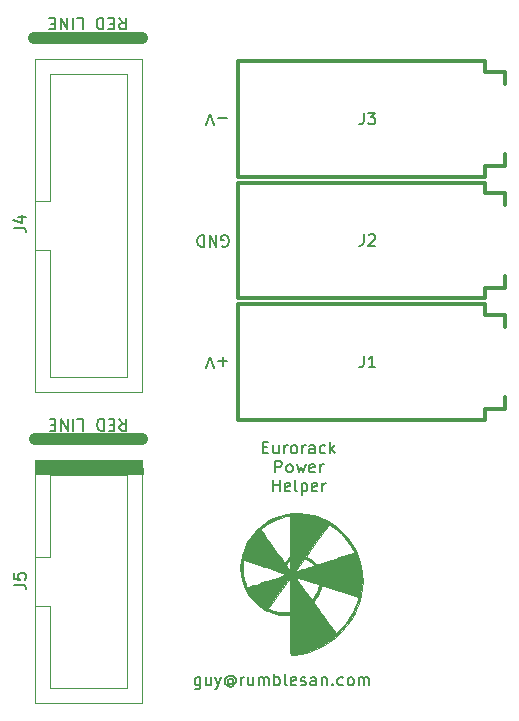
<source format=gto>
%TF.GenerationSoftware,KiCad,Pcbnew,(6.0.0-0)*%
%TF.CreationDate,2022-04-11T16:32:45+01:00*%
%TF.ProjectId,euro-power-friend,6575726f-2d70-46f7-9765-722d66726965,rev?*%
%TF.SameCoordinates,Original*%
%TF.FileFunction,Legend,Top*%
%TF.FilePolarity,Positive*%
%FSLAX46Y46*%
G04 Gerber Fmt 4.6, Leading zero omitted, Abs format (unit mm)*
G04 Created by KiCad (PCBNEW (6.0.0-0)) date 2022-04-11 16:32:45*
%MOMM*%
%LPD*%
G01*
G04 APERTURE LIST*
%ADD10C,0.150000*%
%ADD11C,0.120000*%
%ADD12C,1.000000*%
%ADD13C,0.100000*%
%ADD14C,0.300000*%
%ADD15C,0.010000*%
G04 APERTURE END LIST*
D10*
X130809904Y-81272000D02*
X130905142Y-81319619D01*
X131048000Y-81319619D01*
X131190857Y-81272000D01*
X131286095Y-81176761D01*
X131333714Y-81081523D01*
X131381333Y-80891047D01*
X131381333Y-80748190D01*
X131333714Y-80557714D01*
X131286095Y-80462476D01*
X131190857Y-80367238D01*
X131048000Y-80319619D01*
X130952761Y-80319619D01*
X130809904Y-80367238D01*
X130762285Y-80414857D01*
X130762285Y-80748190D01*
X130952761Y-80748190D01*
X130333714Y-80319619D02*
X130333714Y-81319619D01*
X129762285Y-80319619D01*
X129762285Y-81319619D01*
X129286095Y-80319619D02*
X129286095Y-81319619D01*
X129048000Y-81319619D01*
X128905142Y-81272000D01*
X128809904Y-81176761D01*
X128762285Y-81081523D01*
X128714666Y-80891047D01*
X128714666Y-80748190D01*
X128762285Y-80557714D01*
X128809904Y-80462476D01*
X128905142Y-80367238D01*
X129048000Y-80319619D01*
X129286095Y-80319619D01*
X131238523Y-90987571D02*
X130476619Y-90987571D01*
X130857571Y-90606619D02*
X130857571Y-91368523D01*
X130143285Y-91606619D02*
X129809952Y-90606619D01*
X129476619Y-91606619D01*
X131238523Y-70413571D02*
X130476619Y-70413571D01*
X130143285Y-71032619D02*
X129809952Y-70032619D01*
X129476619Y-71032619D01*
X128961428Y-117768714D02*
X128961428Y-118578238D01*
X128913809Y-118673476D01*
X128866190Y-118721095D01*
X128770952Y-118768714D01*
X128628095Y-118768714D01*
X128532857Y-118721095D01*
X128961428Y-118387761D02*
X128866190Y-118435380D01*
X128675714Y-118435380D01*
X128580476Y-118387761D01*
X128532857Y-118340142D01*
X128485238Y-118244904D01*
X128485238Y-117959190D01*
X128532857Y-117863952D01*
X128580476Y-117816333D01*
X128675714Y-117768714D01*
X128866190Y-117768714D01*
X128961428Y-117816333D01*
X129866190Y-117768714D02*
X129866190Y-118435380D01*
X129437619Y-117768714D02*
X129437619Y-118292523D01*
X129485238Y-118387761D01*
X129580476Y-118435380D01*
X129723333Y-118435380D01*
X129818571Y-118387761D01*
X129866190Y-118340142D01*
X130247142Y-117768714D02*
X130485238Y-118435380D01*
X130723333Y-117768714D02*
X130485238Y-118435380D01*
X130390000Y-118673476D01*
X130342380Y-118721095D01*
X130247142Y-118768714D01*
X131723333Y-117959190D02*
X131675714Y-117911571D01*
X131580476Y-117863952D01*
X131485238Y-117863952D01*
X131390000Y-117911571D01*
X131342380Y-117959190D01*
X131294761Y-118054428D01*
X131294761Y-118149666D01*
X131342380Y-118244904D01*
X131390000Y-118292523D01*
X131485238Y-118340142D01*
X131580476Y-118340142D01*
X131675714Y-118292523D01*
X131723333Y-118244904D01*
X131723333Y-117863952D02*
X131723333Y-118244904D01*
X131770952Y-118292523D01*
X131818571Y-118292523D01*
X131913809Y-118244904D01*
X131961428Y-118149666D01*
X131961428Y-117911571D01*
X131866190Y-117768714D01*
X131723333Y-117673476D01*
X131532857Y-117625857D01*
X131342380Y-117673476D01*
X131199523Y-117768714D01*
X131104285Y-117911571D01*
X131056666Y-118102047D01*
X131104285Y-118292523D01*
X131199523Y-118435380D01*
X131342380Y-118530619D01*
X131532857Y-118578238D01*
X131723333Y-118530619D01*
X131866190Y-118435380D01*
X132390000Y-118435380D02*
X132390000Y-117768714D01*
X132390000Y-117959190D02*
X132437619Y-117863952D01*
X132485238Y-117816333D01*
X132580476Y-117768714D01*
X132675714Y-117768714D01*
X133437619Y-117768714D02*
X133437619Y-118435380D01*
X133009047Y-117768714D02*
X133009047Y-118292523D01*
X133056666Y-118387761D01*
X133151904Y-118435380D01*
X133294761Y-118435380D01*
X133390000Y-118387761D01*
X133437619Y-118340142D01*
X133913809Y-118435380D02*
X133913809Y-117768714D01*
X133913809Y-117863952D02*
X133961428Y-117816333D01*
X134056666Y-117768714D01*
X134199523Y-117768714D01*
X134294761Y-117816333D01*
X134342380Y-117911571D01*
X134342380Y-118435380D01*
X134342380Y-117911571D02*
X134390000Y-117816333D01*
X134485238Y-117768714D01*
X134628095Y-117768714D01*
X134723333Y-117816333D01*
X134770952Y-117911571D01*
X134770952Y-118435380D01*
X135247142Y-118435380D02*
X135247142Y-117435380D01*
X135247142Y-117816333D02*
X135342380Y-117768714D01*
X135532857Y-117768714D01*
X135628095Y-117816333D01*
X135675714Y-117863952D01*
X135723333Y-117959190D01*
X135723333Y-118244904D01*
X135675714Y-118340142D01*
X135628095Y-118387761D01*
X135532857Y-118435380D01*
X135342380Y-118435380D01*
X135247142Y-118387761D01*
X136294761Y-118435380D02*
X136199523Y-118387761D01*
X136151904Y-118292523D01*
X136151904Y-117435380D01*
X137056666Y-118387761D02*
X136961428Y-118435380D01*
X136770952Y-118435380D01*
X136675714Y-118387761D01*
X136628095Y-118292523D01*
X136628095Y-117911571D01*
X136675714Y-117816333D01*
X136770952Y-117768714D01*
X136961428Y-117768714D01*
X137056666Y-117816333D01*
X137104285Y-117911571D01*
X137104285Y-118006809D01*
X136628095Y-118102047D01*
X137485238Y-118387761D02*
X137580476Y-118435380D01*
X137770952Y-118435380D01*
X137866190Y-118387761D01*
X137913809Y-118292523D01*
X137913809Y-118244904D01*
X137866190Y-118149666D01*
X137770952Y-118102047D01*
X137628095Y-118102047D01*
X137532857Y-118054428D01*
X137485238Y-117959190D01*
X137485238Y-117911571D01*
X137532857Y-117816333D01*
X137628095Y-117768714D01*
X137770952Y-117768714D01*
X137866190Y-117816333D01*
X138770952Y-118435380D02*
X138770952Y-117911571D01*
X138723333Y-117816333D01*
X138628095Y-117768714D01*
X138437619Y-117768714D01*
X138342380Y-117816333D01*
X138770952Y-118387761D02*
X138675714Y-118435380D01*
X138437619Y-118435380D01*
X138342380Y-118387761D01*
X138294761Y-118292523D01*
X138294761Y-118197285D01*
X138342380Y-118102047D01*
X138437619Y-118054428D01*
X138675714Y-118054428D01*
X138770952Y-118006809D01*
X139247142Y-117768714D02*
X139247142Y-118435380D01*
X139247142Y-117863952D02*
X139294761Y-117816333D01*
X139390000Y-117768714D01*
X139532857Y-117768714D01*
X139628095Y-117816333D01*
X139675714Y-117911571D01*
X139675714Y-118435380D01*
X140151904Y-118340142D02*
X140199523Y-118387761D01*
X140151904Y-118435380D01*
X140104285Y-118387761D01*
X140151904Y-118340142D01*
X140151904Y-118435380D01*
X141056666Y-118387761D02*
X140961428Y-118435380D01*
X140770952Y-118435380D01*
X140675714Y-118387761D01*
X140628095Y-118340142D01*
X140580476Y-118244904D01*
X140580476Y-117959190D01*
X140628095Y-117863952D01*
X140675714Y-117816333D01*
X140770952Y-117768714D01*
X140961428Y-117768714D01*
X141056666Y-117816333D01*
X141628095Y-118435380D02*
X141532857Y-118387761D01*
X141485238Y-118340142D01*
X141437619Y-118244904D01*
X141437619Y-117959190D01*
X141485238Y-117863952D01*
X141532857Y-117816333D01*
X141628095Y-117768714D01*
X141770952Y-117768714D01*
X141866190Y-117816333D01*
X141913809Y-117863952D01*
X141961428Y-117959190D01*
X141961428Y-118244904D01*
X141913809Y-118340142D01*
X141866190Y-118387761D01*
X141770952Y-118435380D01*
X141628095Y-118435380D01*
X142390000Y-118435380D02*
X142390000Y-117768714D01*
X142390000Y-117863952D02*
X142437619Y-117816333D01*
X142532857Y-117768714D01*
X142675714Y-117768714D01*
X142770952Y-117816333D01*
X142818571Y-117911571D01*
X142818571Y-118435380D01*
X142818571Y-117911571D02*
X142866190Y-117816333D01*
X142961428Y-117768714D01*
X143104285Y-117768714D01*
X143199523Y-117816333D01*
X143247142Y-117911571D01*
X143247142Y-118435380D01*
X134263190Y-98267571D02*
X134596523Y-98267571D01*
X134739380Y-98791380D02*
X134263190Y-98791380D01*
X134263190Y-97791380D01*
X134739380Y-97791380D01*
X135596523Y-98124714D02*
X135596523Y-98791380D01*
X135167952Y-98124714D02*
X135167952Y-98648523D01*
X135215571Y-98743761D01*
X135310809Y-98791380D01*
X135453666Y-98791380D01*
X135548904Y-98743761D01*
X135596523Y-98696142D01*
X136072714Y-98791380D02*
X136072714Y-98124714D01*
X136072714Y-98315190D02*
X136120333Y-98219952D01*
X136167952Y-98172333D01*
X136263190Y-98124714D01*
X136358428Y-98124714D01*
X136834619Y-98791380D02*
X136739380Y-98743761D01*
X136691761Y-98696142D01*
X136644142Y-98600904D01*
X136644142Y-98315190D01*
X136691761Y-98219952D01*
X136739380Y-98172333D01*
X136834619Y-98124714D01*
X136977476Y-98124714D01*
X137072714Y-98172333D01*
X137120333Y-98219952D01*
X137167952Y-98315190D01*
X137167952Y-98600904D01*
X137120333Y-98696142D01*
X137072714Y-98743761D01*
X136977476Y-98791380D01*
X136834619Y-98791380D01*
X137596523Y-98791380D02*
X137596523Y-98124714D01*
X137596523Y-98315190D02*
X137644142Y-98219952D01*
X137691761Y-98172333D01*
X137787000Y-98124714D01*
X137882238Y-98124714D01*
X138644142Y-98791380D02*
X138644142Y-98267571D01*
X138596523Y-98172333D01*
X138501285Y-98124714D01*
X138310809Y-98124714D01*
X138215571Y-98172333D01*
X138644142Y-98743761D02*
X138548904Y-98791380D01*
X138310809Y-98791380D01*
X138215571Y-98743761D01*
X138167952Y-98648523D01*
X138167952Y-98553285D01*
X138215571Y-98458047D01*
X138310809Y-98410428D01*
X138548904Y-98410428D01*
X138644142Y-98362809D01*
X139548904Y-98743761D02*
X139453666Y-98791380D01*
X139263190Y-98791380D01*
X139167952Y-98743761D01*
X139120333Y-98696142D01*
X139072714Y-98600904D01*
X139072714Y-98315190D01*
X139120333Y-98219952D01*
X139167952Y-98172333D01*
X139263190Y-98124714D01*
X139453666Y-98124714D01*
X139548904Y-98172333D01*
X139977476Y-98791380D02*
X139977476Y-97791380D01*
X140072714Y-98410428D02*
X140358428Y-98791380D01*
X140358428Y-98124714D02*
X139977476Y-98505666D01*
X135310809Y-100401380D02*
X135310809Y-99401380D01*
X135691761Y-99401380D01*
X135787000Y-99449000D01*
X135834619Y-99496619D01*
X135882238Y-99591857D01*
X135882238Y-99734714D01*
X135834619Y-99829952D01*
X135787000Y-99877571D01*
X135691761Y-99925190D01*
X135310809Y-99925190D01*
X136453666Y-100401380D02*
X136358428Y-100353761D01*
X136310809Y-100306142D01*
X136263190Y-100210904D01*
X136263190Y-99925190D01*
X136310809Y-99829952D01*
X136358428Y-99782333D01*
X136453666Y-99734714D01*
X136596523Y-99734714D01*
X136691761Y-99782333D01*
X136739380Y-99829952D01*
X136787000Y-99925190D01*
X136787000Y-100210904D01*
X136739380Y-100306142D01*
X136691761Y-100353761D01*
X136596523Y-100401380D01*
X136453666Y-100401380D01*
X137120333Y-99734714D02*
X137310809Y-100401380D01*
X137501285Y-99925190D01*
X137691761Y-100401380D01*
X137882238Y-99734714D01*
X138644142Y-100353761D02*
X138548904Y-100401380D01*
X138358428Y-100401380D01*
X138263190Y-100353761D01*
X138215571Y-100258523D01*
X138215571Y-99877571D01*
X138263190Y-99782333D01*
X138358428Y-99734714D01*
X138548904Y-99734714D01*
X138644142Y-99782333D01*
X138691761Y-99877571D01*
X138691761Y-99972809D01*
X138215571Y-100068047D01*
X139120333Y-100401380D02*
X139120333Y-99734714D01*
X139120333Y-99925190D02*
X139167952Y-99829952D01*
X139215571Y-99782333D01*
X139310809Y-99734714D01*
X139406047Y-99734714D01*
X135120333Y-102011380D02*
X135120333Y-101011380D01*
X135120333Y-101487571D02*
X135691761Y-101487571D01*
X135691761Y-102011380D02*
X135691761Y-101011380D01*
X136548904Y-101963761D02*
X136453666Y-102011380D01*
X136263190Y-102011380D01*
X136167952Y-101963761D01*
X136120333Y-101868523D01*
X136120333Y-101487571D01*
X136167952Y-101392333D01*
X136263190Y-101344714D01*
X136453666Y-101344714D01*
X136548904Y-101392333D01*
X136596523Y-101487571D01*
X136596523Y-101582809D01*
X136120333Y-101678047D01*
X137167952Y-102011380D02*
X137072714Y-101963761D01*
X137025095Y-101868523D01*
X137025095Y-101011380D01*
X137548904Y-101344714D02*
X137548904Y-102344714D01*
X137548904Y-101392333D02*
X137644142Y-101344714D01*
X137834619Y-101344714D01*
X137929857Y-101392333D01*
X137977476Y-101439952D01*
X138025095Y-101535190D01*
X138025095Y-101820904D01*
X137977476Y-101916142D01*
X137929857Y-101963761D01*
X137834619Y-102011380D01*
X137644142Y-102011380D01*
X137548904Y-101963761D01*
X138834619Y-101963761D02*
X138739380Y-102011380D01*
X138548904Y-102011380D01*
X138453666Y-101963761D01*
X138406047Y-101868523D01*
X138406047Y-101487571D01*
X138453666Y-101392333D01*
X138548904Y-101344714D01*
X138739380Y-101344714D01*
X138834619Y-101392333D01*
X138882238Y-101487571D01*
X138882238Y-101582809D01*
X138406047Y-101678047D01*
X139310809Y-102011380D02*
X139310809Y-101344714D01*
X139310809Y-101535190D02*
X139358428Y-101439952D01*
X139406047Y-101392333D01*
X139501285Y-101344714D01*
X139596523Y-101344714D01*
%TO.C,J5*%
X113189380Y-109902833D02*
X113903666Y-109902833D01*
X114046523Y-109950452D01*
X114141761Y-110045690D01*
X114189380Y-110188547D01*
X114189380Y-110283785D01*
X113189380Y-108950452D02*
X113189380Y-109426642D01*
X113665571Y-109474261D01*
X113617952Y-109426642D01*
X113570333Y-109331404D01*
X113570333Y-109093309D01*
X113617952Y-108998071D01*
X113665571Y-108950452D01*
X113760809Y-108902833D01*
X113998904Y-108902833D01*
X114094142Y-108950452D01*
X114141761Y-108998071D01*
X114189380Y-109093309D01*
X114189380Y-109331404D01*
X114141761Y-109426642D01*
X114094142Y-109474261D01*
X122129857Y-95867119D02*
X122463190Y-96343309D01*
X122701285Y-95867119D02*
X122701285Y-96867119D01*
X122320333Y-96867119D01*
X122225095Y-96819500D01*
X122177476Y-96771880D01*
X122129857Y-96676642D01*
X122129857Y-96533785D01*
X122177476Y-96438547D01*
X122225095Y-96390928D01*
X122320333Y-96343309D01*
X122701285Y-96343309D01*
X121701285Y-96390928D02*
X121367952Y-96390928D01*
X121225095Y-95867119D02*
X121701285Y-95867119D01*
X121701285Y-96867119D01*
X121225095Y-96867119D01*
X120796523Y-95867119D02*
X120796523Y-96867119D01*
X120558428Y-96867119D01*
X120415571Y-96819500D01*
X120320333Y-96724261D01*
X120272714Y-96629023D01*
X120225095Y-96438547D01*
X120225095Y-96295690D01*
X120272714Y-96105214D01*
X120320333Y-96009976D01*
X120415571Y-95914738D01*
X120558428Y-95867119D01*
X120796523Y-95867119D01*
X118558428Y-95867119D02*
X119034619Y-95867119D01*
X119034619Y-96867119D01*
X118225095Y-95867119D02*
X118225095Y-96867119D01*
X117748904Y-95867119D02*
X117748904Y-96867119D01*
X117177476Y-95867119D01*
X117177476Y-96867119D01*
X116701285Y-96390928D02*
X116367952Y-96390928D01*
X116225095Y-95867119D02*
X116701285Y-95867119D01*
X116701285Y-96867119D01*
X116225095Y-96867119D01*
%TO.C,J4*%
X113182186Y-79683765D02*
X113896472Y-79683765D01*
X114039329Y-79731384D01*
X114134567Y-79826622D01*
X114182186Y-79969479D01*
X114182186Y-80064717D01*
X113515520Y-78779003D02*
X114182186Y-78779003D01*
X113134567Y-79017098D02*
X113848853Y-79255193D01*
X113848853Y-78636146D01*
X122102663Y-61898051D02*
X122435996Y-62374241D01*
X122674091Y-61898051D02*
X122674091Y-62898051D01*
X122293139Y-62898051D01*
X122197901Y-62850432D01*
X122150282Y-62802812D01*
X122102663Y-62707574D01*
X122102663Y-62564717D01*
X122150282Y-62469479D01*
X122197901Y-62421860D01*
X122293139Y-62374241D01*
X122674091Y-62374241D01*
X121674091Y-62421860D02*
X121340758Y-62421860D01*
X121197901Y-61898051D02*
X121674091Y-61898051D01*
X121674091Y-62898051D01*
X121197901Y-62898051D01*
X120769329Y-61898051D02*
X120769329Y-62898051D01*
X120531234Y-62898051D01*
X120388377Y-62850432D01*
X120293139Y-62755193D01*
X120245520Y-62659955D01*
X120197901Y-62469479D01*
X120197901Y-62326622D01*
X120245520Y-62136146D01*
X120293139Y-62040908D01*
X120388377Y-61945670D01*
X120531234Y-61898051D01*
X120769329Y-61898051D01*
X118531234Y-61898051D02*
X119007425Y-61898051D01*
X119007425Y-62898051D01*
X118197901Y-61898051D02*
X118197901Y-62898051D01*
X117721710Y-61898051D02*
X117721710Y-62898051D01*
X117150282Y-61898051D01*
X117150282Y-62898051D01*
X116674091Y-62421860D02*
X116340758Y-62421860D01*
X116197901Y-61898051D02*
X116674091Y-61898051D01*
X116674091Y-62898051D01*
X116197901Y-62898051D01*
%TO.C,J3*%
X142795666Y-69937380D02*
X142795666Y-70651666D01*
X142748047Y-70794523D01*
X142652809Y-70889761D01*
X142509952Y-70937380D01*
X142414714Y-70937380D01*
X143176619Y-69937380D02*
X143795666Y-69937380D01*
X143462333Y-70318333D01*
X143605190Y-70318333D01*
X143700428Y-70365952D01*
X143748047Y-70413571D01*
X143795666Y-70508809D01*
X143795666Y-70746904D01*
X143748047Y-70842142D01*
X143700428Y-70889761D01*
X143605190Y-70937380D01*
X143319476Y-70937380D01*
X143224238Y-70889761D01*
X143176619Y-70842142D01*
%TO.C,J2*%
X142795666Y-80224380D02*
X142795666Y-80938666D01*
X142748047Y-81081523D01*
X142652809Y-81176761D01*
X142509952Y-81224380D01*
X142414714Y-81224380D01*
X143224238Y-80319619D02*
X143271857Y-80272000D01*
X143367095Y-80224380D01*
X143605190Y-80224380D01*
X143700428Y-80272000D01*
X143748047Y-80319619D01*
X143795666Y-80414857D01*
X143795666Y-80510095D01*
X143748047Y-80652952D01*
X143176619Y-81224380D01*
X143795666Y-81224380D01*
%TO.C,J1*%
X142795666Y-90511380D02*
X142795666Y-91225666D01*
X142748047Y-91368523D01*
X142652809Y-91463761D01*
X142509952Y-91511380D01*
X142414714Y-91511380D01*
X143795666Y-91511380D02*
X143224238Y-91511380D01*
X143509952Y-91511380D02*
X143509952Y-90511380D01*
X143414714Y-90654238D01*
X143319476Y-90749476D01*
X143224238Y-90797095D01*
D11*
%TO.C,J5*%
X116257000Y-111699500D02*
X114947000Y-111699500D01*
X122757000Y-118639500D02*
X116257000Y-118639500D01*
X116257000Y-100659500D02*
X122757000Y-100659500D01*
X114947000Y-119939500D02*
X114947000Y-99359500D01*
X124067000Y-99359500D02*
X124067000Y-119939500D01*
X116257000Y-111699500D02*
X116257000Y-111699500D01*
X114947000Y-107599500D02*
X116257000Y-107599500D01*
X124067000Y-119939500D02*
X114947000Y-119939500D01*
X116257000Y-107599500D02*
X116257000Y-100659500D01*
X116257000Y-118639500D02*
X116257000Y-111699500D01*
X122757000Y-100659500D02*
X122757000Y-118639500D01*
X114947000Y-99359500D02*
X124067000Y-99359500D01*
D12*
X114947000Y-97569500D02*
X124067000Y-97569500D01*
D13*
X124079000Y-100569000D02*
X114935000Y-100569000D01*
X114935000Y-100569000D02*
X114947000Y-99359500D01*
X114947000Y-99359500D02*
X124067000Y-99359500D01*
X124067000Y-99359500D02*
X124079000Y-100569000D01*
G36*
X124079000Y-100569000D02*
G01*
X114935000Y-100569000D01*
X114947000Y-99359500D01*
X124067000Y-99359500D01*
X124079000Y-100569000D01*
G37*
X124079000Y-100569000D02*
X114935000Y-100569000D01*
X114947000Y-99359500D01*
X124067000Y-99359500D01*
X124079000Y-100569000D01*
D11*
%TO.C,J4*%
X122749806Y-66690432D02*
X122749806Y-92290432D01*
X114939806Y-77440432D02*
X116249806Y-77440432D01*
X124059806Y-93590432D02*
X114939806Y-93590432D01*
X124059806Y-65390432D02*
X124059806Y-93590432D01*
X116249806Y-92290432D02*
X116249806Y-81540432D01*
X116249806Y-77440432D02*
X116249806Y-66690432D01*
X116249806Y-81540432D02*
X114939806Y-81540432D01*
X114939806Y-65390432D02*
X124059806Y-65390432D01*
X116249806Y-81540432D02*
X116249806Y-81540432D01*
X122749806Y-92290432D02*
X116249806Y-92290432D01*
D12*
X114919806Y-63600432D02*
X124039806Y-63600432D01*
D11*
X116249806Y-66690432D02*
X122749806Y-66690432D01*
X114939806Y-93590432D02*
X114939806Y-65390432D01*
D14*
%TO.C,J3*%
X154749000Y-73485000D02*
X154749000Y-74485000D01*
X154749000Y-74485000D02*
X153049000Y-74485000D01*
X153049000Y-74485000D02*
X153049000Y-75385000D01*
X153049000Y-75385000D02*
X132149000Y-75385000D01*
X132149000Y-75385000D02*
X132149000Y-65585000D01*
X132149000Y-65585000D02*
X153049000Y-65585000D01*
X153049000Y-65585000D02*
X153049000Y-66485000D01*
X153049000Y-66485000D02*
X154749000Y-66485000D01*
X154749000Y-66485000D02*
X154749000Y-67485000D01*
%TO.C,J2*%
X154749000Y-76772000D02*
X154749000Y-77772000D01*
X153049000Y-76772000D02*
X154749000Y-76772000D01*
X153049000Y-75872000D02*
X153049000Y-76772000D01*
X132149000Y-75872000D02*
X153049000Y-75872000D01*
X132149000Y-85672000D02*
X132149000Y-75872000D01*
X153049000Y-85672000D02*
X132149000Y-85672000D01*
X153049000Y-84772000D02*
X153049000Y-85672000D01*
X154749000Y-84772000D02*
X153049000Y-84772000D01*
X154749000Y-83772000D02*
X154749000Y-84772000D01*
%TO.C,J1*%
X154749000Y-94059000D02*
X154749000Y-95059000D01*
X154749000Y-95059000D02*
X153049000Y-95059000D01*
X153049000Y-95059000D02*
X153049000Y-95959000D01*
X153049000Y-95959000D02*
X132149000Y-95959000D01*
X132149000Y-95959000D02*
X132149000Y-86159000D01*
X132149000Y-86159000D02*
X153049000Y-86159000D01*
X153049000Y-86159000D02*
X153049000Y-87059000D01*
X153049000Y-87059000D02*
X154749000Y-87059000D01*
X154749000Y-87059000D02*
X154749000Y-88059000D01*
D15*
%TO.C,H1*%
X137929286Y-103899247D02*
X138499425Y-104012556D01*
X138499425Y-104012556D02*
X138846815Y-104114296D01*
X138846815Y-104114296D02*
X139408355Y-104334508D01*
X139408355Y-104334508D02*
X139940144Y-104612895D01*
X139940144Y-104612895D02*
X140437924Y-104945167D01*
X140437924Y-104945167D02*
X140897438Y-105327035D01*
X140897438Y-105327035D02*
X141314431Y-105754210D01*
X141314431Y-105754210D02*
X141684644Y-106222402D01*
X141684644Y-106222402D02*
X142003821Y-106727322D01*
X142003821Y-106727322D02*
X142267705Y-107264679D01*
X142267705Y-107264679D02*
X142443791Y-107738830D01*
X142443791Y-107738830D02*
X142601920Y-108344440D01*
X142601920Y-108344440D02*
X142694097Y-108959400D01*
X142694097Y-108959400D02*
X142720707Y-109579384D01*
X142720707Y-109579384D02*
X142682136Y-110200065D01*
X142682136Y-110200065D02*
X142578770Y-110817119D01*
X142578770Y-110817119D02*
X142410994Y-111426217D01*
X142410994Y-111426217D02*
X142179194Y-112023035D01*
X142179194Y-112023035D02*
X142034940Y-112324242D01*
X142034940Y-112324242D02*
X141704480Y-112898555D01*
X141704480Y-112898555D02*
X141322985Y-113430759D01*
X141322985Y-113430759D02*
X140894055Y-113918119D01*
X140894055Y-113918119D02*
X140421289Y-114357899D01*
X140421289Y-114357899D02*
X139908286Y-114747363D01*
X139908286Y-114747363D02*
X139358647Y-115083776D01*
X139358647Y-115083776D02*
X138775972Y-115364404D01*
X138775972Y-115364404D02*
X138163859Y-115586510D01*
X138163859Y-115586510D02*
X137531858Y-115746171D01*
X137531858Y-115746171D02*
X137293725Y-115790692D01*
X137293725Y-115790692D02*
X137077296Y-115825210D01*
X137077296Y-115825210D02*
X136891868Y-115848696D01*
X136891868Y-115848696D02*
X136746740Y-115860119D01*
X136746740Y-115860119D02*
X136651207Y-115858448D01*
X136651207Y-115858448D02*
X136617257Y-115847553D01*
X136617257Y-115847553D02*
X136612255Y-115809554D01*
X136612255Y-115809554D02*
X136607578Y-115710394D01*
X136607578Y-115710394D02*
X136603324Y-115556645D01*
X136603324Y-115556645D02*
X136599590Y-115354879D01*
X136599590Y-115354879D02*
X136596475Y-115111668D01*
X136596475Y-115111668D02*
X136594078Y-114833583D01*
X136594078Y-114833583D02*
X136592495Y-114527198D01*
X136592495Y-114527198D02*
X136591825Y-114199084D01*
X136591825Y-114199084D02*
X136591809Y-114142452D01*
X136591809Y-114142452D02*
X136591761Y-112463230D01*
X136591761Y-112463230D02*
X136109209Y-112459088D01*
X136109209Y-112459088D02*
X135737662Y-112441947D01*
X135737662Y-112441947D02*
X135405262Y-112393837D01*
X135405262Y-112393837D02*
X135088472Y-112309445D01*
X135088472Y-112309445D02*
X134763756Y-112183462D01*
X134763756Y-112183462D02*
X134643596Y-112128427D01*
X134643596Y-112128427D02*
X134290106Y-111933634D01*
X134290106Y-111933634D02*
X134729190Y-111933634D01*
X134729190Y-111933634D02*
X134760144Y-111965996D01*
X134760144Y-111965996D02*
X134844728Y-112009124D01*
X134844728Y-112009124D02*
X134970527Y-112058759D01*
X134970527Y-112058759D02*
X135125127Y-112110639D01*
X135125127Y-112110639D02*
X135296112Y-112160504D01*
X135296112Y-112160504D02*
X135471067Y-112204094D01*
X135471067Y-112204094D02*
X135588056Y-112228369D01*
X135588056Y-112228369D02*
X135700786Y-112243632D01*
X135700786Y-112243632D02*
X135846501Y-112255125D01*
X135846501Y-112255125D02*
X136010213Y-112262672D01*
X136010213Y-112262672D02*
X136176937Y-112266098D01*
X136176937Y-112266098D02*
X136331687Y-112265227D01*
X136331687Y-112265227D02*
X136459475Y-112259884D01*
X136459475Y-112259884D02*
X136545317Y-112249893D01*
X136545317Y-112249893D02*
X136572560Y-112239903D01*
X136572560Y-112239903D02*
X136576623Y-112202816D01*
X136576623Y-112202816D02*
X136579999Y-112105110D01*
X136579999Y-112105110D02*
X136582633Y-111953896D01*
X136582633Y-111953896D02*
X136584470Y-111756285D01*
X136584470Y-111756285D02*
X136585455Y-111519388D01*
X136585455Y-111519388D02*
X136585477Y-111443258D01*
X136585477Y-111443258D02*
X138580699Y-111443258D01*
X138580699Y-111443258D02*
X138614692Y-111494016D01*
X138614692Y-111494016D02*
X138682280Y-111589885D01*
X138682280Y-111589885D02*
X138778691Y-111724373D01*
X138778691Y-111724373D02*
X138899155Y-111890991D01*
X138899155Y-111890991D02*
X139038899Y-112083247D01*
X139038899Y-112083247D02*
X139193151Y-112294651D01*
X139193151Y-112294651D02*
X139357141Y-112518713D01*
X139357141Y-112518713D02*
X139526097Y-112748942D01*
X139526097Y-112748942D02*
X139695246Y-112978847D01*
X139695246Y-112978847D02*
X139859819Y-113201939D01*
X139859819Y-113201939D02*
X140015042Y-113411726D01*
X140015042Y-113411726D02*
X140156144Y-113601719D01*
X140156144Y-113601719D02*
X140278354Y-113765426D01*
X140278354Y-113765426D02*
X140376901Y-113896357D01*
X140376901Y-113896357D02*
X140447012Y-113988022D01*
X140447012Y-113988022D02*
X140483916Y-114033930D01*
X140483916Y-114033930D02*
X140488277Y-114038030D01*
X140488277Y-114038030D02*
X140519990Y-114014957D01*
X140519990Y-114014957D02*
X140586936Y-113952687D01*
X140586936Y-113952687D02*
X140678244Y-113861641D01*
X140678244Y-113861641D02*
X140751154Y-113786031D01*
X140751154Y-113786031D02*
X141183074Y-113286502D01*
X141183074Y-113286502D02*
X141558250Y-112758197D01*
X141558250Y-112758197D02*
X141874049Y-112205608D01*
X141874049Y-112205608D02*
X142127838Y-111633228D01*
X142127838Y-111633228D02*
X142281309Y-111175036D01*
X142281309Y-111175036D02*
X142340288Y-110970576D01*
X142340288Y-110970576D02*
X140786365Y-110467166D01*
X140786365Y-110467166D02*
X140476449Y-110367112D01*
X140476449Y-110367112D02*
X140186658Y-110274227D01*
X140186658Y-110274227D02*
X139923256Y-110190470D01*
X139923256Y-110190470D02*
X139692509Y-110117801D01*
X139692509Y-110117801D02*
X139500682Y-110058182D01*
X139500682Y-110058182D02*
X139354038Y-110013572D01*
X139354038Y-110013572D02*
X139258844Y-109985932D01*
X139258844Y-109985932D02*
X139221364Y-109977222D01*
X139221364Y-109977222D02*
X139221073Y-109977360D01*
X139221073Y-109977360D02*
X139207962Y-110014612D01*
X139207962Y-110014612D02*
X139184094Y-110099950D01*
X139184094Y-110099950D02*
X139154425Y-110215573D01*
X139154425Y-110215573D02*
X139151795Y-110226223D01*
X139151795Y-110226223D02*
X139050917Y-110536794D01*
X139050917Y-110536794D02*
X138902155Y-110857348D01*
X138902155Y-110857348D02*
X138716471Y-111164324D01*
X138716471Y-111164324D02*
X138713007Y-111169364D01*
X138713007Y-111169364D02*
X138630330Y-111299384D01*
X138630330Y-111299384D02*
X138585167Y-111393449D01*
X138585167Y-111393449D02*
X138580699Y-111443258D01*
X138580699Y-111443258D02*
X136585477Y-111443258D01*
X136585477Y-111443258D02*
X136585533Y-111250316D01*
X136585533Y-111250316D02*
X136584650Y-110956181D01*
X136584650Y-110956181D02*
X136583762Y-110790716D01*
X136583762Y-110790716D02*
X136574924Y-109361656D01*
X136574924Y-109361656D02*
X135652057Y-110630813D01*
X135652057Y-110630813D02*
X135464254Y-110889792D01*
X135464254Y-110889792D02*
X135289277Y-111132446D01*
X135289277Y-111132446D02*
X135131067Y-111353213D01*
X135131067Y-111353213D02*
X134993563Y-111546532D01*
X134993563Y-111546532D02*
X134880707Y-111706839D01*
X134880707Y-111706839D02*
X134796436Y-111828573D01*
X134796436Y-111828573D02*
X134744693Y-111906171D01*
X134744693Y-111906171D02*
X134729190Y-111933634D01*
X134729190Y-111933634D02*
X134290106Y-111933634D01*
X134290106Y-111933634D02*
X134185849Y-111876183D01*
X134185849Y-111876183D02*
X133774940Y-111577539D01*
X133774940Y-111577539D02*
X133412671Y-111236681D01*
X133412671Y-111236681D02*
X133100841Y-110857799D01*
X133100841Y-110857799D02*
X132841251Y-110445082D01*
X132841251Y-110445082D02*
X132635700Y-110002718D01*
X132635700Y-110002718D02*
X132485991Y-109534896D01*
X132485991Y-109534896D02*
X132393921Y-109045804D01*
X132393921Y-109045804D02*
X132361293Y-108539632D01*
X132361293Y-108539632D02*
X132366065Y-108453056D01*
X132366065Y-108453056D02*
X132562527Y-108453056D01*
X132562527Y-108453056D02*
X132566775Y-108656167D01*
X132566775Y-108656167D02*
X132578843Y-108860300D01*
X132578843Y-108860300D02*
X132599035Y-109054382D01*
X132599035Y-109054382D02*
X132612290Y-109144297D01*
X132612290Y-109144297D02*
X132650132Y-109342140D01*
X132650132Y-109342140D02*
X132696939Y-109538686D01*
X132696939Y-109538686D02*
X132749152Y-109723427D01*
X132749152Y-109723427D02*
X132803212Y-109885852D01*
X132803212Y-109885852D02*
X132855560Y-110015452D01*
X132855560Y-110015452D02*
X132902638Y-110101720D01*
X132902638Y-110101720D02*
X132940887Y-110134144D01*
X132940887Y-110134144D02*
X132947168Y-110133242D01*
X132947168Y-110133242D02*
X132986005Y-110120317D01*
X132986005Y-110120317D02*
X133082943Y-110088569D01*
X133082943Y-110088569D02*
X133231649Y-110040059D01*
X133231649Y-110040059D02*
X133425792Y-109976848D01*
X133425792Y-109976848D02*
X133659038Y-109900995D01*
X133659038Y-109900995D02*
X133925055Y-109814561D01*
X133925055Y-109814561D02*
X134217510Y-109719607D01*
X134217510Y-109719607D02*
X134530071Y-109618191D01*
X134530071Y-109618191D02*
X134576790Y-109603038D01*
X134576790Y-109603038D02*
X134890857Y-109500987D01*
X134890857Y-109500987D02*
X135184965Y-109405056D01*
X135184965Y-109405056D02*
X135452896Y-109317298D01*
X135452896Y-109317298D02*
X135688433Y-109239768D01*
X135688433Y-109239768D02*
X135694263Y-109237836D01*
X135694263Y-109237836D02*
X136973121Y-109237836D01*
X136973121Y-109237836D02*
X137685826Y-110216398D01*
X137685826Y-110216398D02*
X137851076Y-110441626D01*
X137851076Y-110441626D02*
X138004765Y-110647913D01*
X138004765Y-110647913D02*
X138142188Y-110829185D01*
X138142188Y-110829185D02*
X138258639Y-110979368D01*
X138258639Y-110979368D02*
X138349413Y-111092387D01*
X138349413Y-111092387D02*
X138409804Y-111162171D01*
X138409804Y-111162171D02*
X138434658Y-111182919D01*
X138434658Y-111182919D02*
X138469737Y-111150631D01*
X138469737Y-111150631D02*
X138529495Y-111076259D01*
X138529495Y-111076259D02*
X138602072Y-110974750D01*
X138602072Y-110974750D02*
X138615051Y-110955543D01*
X138615051Y-110955543D02*
X138719840Y-110778030D01*
X138719840Y-110778030D02*
X138818411Y-110573297D01*
X138818411Y-110573297D02*
X138901887Y-110363159D01*
X138901887Y-110363159D02*
X138961392Y-110169431D01*
X138961392Y-110169431D02*
X138985213Y-110045835D01*
X138985213Y-110045835D02*
X139003670Y-109889364D01*
X139003670Y-109889364D02*
X138331164Y-109672755D01*
X138331164Y-109672755D02*
X138101533Y-109598857D01*
X138101533Y-109598857D02*
X137868085Y-109523843D01*
X137868085Y-109523843D02*
X137647899Y-109453194D01*
X137647899Y-109453194D02*
X137458054Y-109392389D01*
X137458054Y-109392389D02*
X137315889Y-109346991D01*
X137315889Y-109346991D02*
X136973121Y-109237836D01*
X136973121Y-109237836D02*
X135694263Y-109237836D01*
X135694263Y-109237836D02*
X135885360Y-109174517D01*
X135885360Y-109174517D02*
X136037459Y-109123601D01*
X136037459Y-109123601D02*
X136138514Y-109089073D01*
X136138514Y-109089073D02*
X136182306Y-109072987D01*
X136182306Y-109072987D02*
X136183575Y-109072270D01*
X136183575Y-109072270D02*
X136188670Y-109051719D01*
X136188670Y-109051719D02*
X136164282Y-109024877D01*
X136164282Y-109024877D02*
X136106553Y-108990278D01*
X136106553Y-108990278D02*
X136011623Y-108946454D01*
X136011623Y-108946454D02*
X135875632Y-108891939D01*
X135875632Y-108891939D02*
X135694720Y-108825266D01*
X135694720Y-108825266D02*
X135625920Y-108801214D01*
X135625920Y-108801214D02*
X136998257Y-108801214D01*
X136998257Y-108801214D02*
X137028671Y-108794524D01*
X137028671Y-108794524D02*
X137112864Y-108770083D01*
X137112864Y-108770083D02*
X137240264Y-108731273D01*
X137240264Y-108731273D02*
X137400298Y-108681476D01*
X137400298Y-108681476D02*
X137582392Y-108624075D01*
X137582392Y-108624075D02*
X137775974Y-108562450D01*
X137775974Y-108562450D02*
X137970470Y-108499985D01*
X137970470Y-108499985D02*
X138155309Y-108440061D01*
X138155309Y-108440061D02*
X138319916Y-108386059D01*
X138319916Y-108386059D02*
X138453720Y-108341363D01*
X138453720Y-108341363D02*
X138546147Y-108309353D01*
X138546147Y-108309353D02*
X138586624Y-108293412D01*
X138586624Y-108293412D02*
X138587301Y-108292931D01*
X138587301Y-108292931D02*
X138579440Y-108259657D01*
X138579440Y-108259657D02*
X138525887Y-108198668D01*
X138525887Y-108198668D02*
X138437953Y-108118832D01*
X138437953Y-108118832D02*
X138326951Y-108029016D01*
X138326951Y-108029016D02*
X138204193Y-107938090D01*
X138204193Y-107938090D02*
X138080991Y-107854920D01*
X138080991Y-107854920D02*
X137968657Y-107788375D01*
X137968657Y-107788375D02*
X137903372Y-107756777D01*
X137903372Y-107756777D02*
X137784070Y-107706929D01*
X137784070Y-107706929D02*
X137391163Y-108247844D01*
X137391163Y-108247844D02*
X137270814Y-108414130D01*
X137270814Y-108414130D02*
X137165368Y-108560974D01*
X137165368Y-108560974D02*
X137080853Y-108679887D01*
X137080853Y-108679887D02*
X137023296Y-108762379D01*
X137023296Y-108762379D02*
X136998725Y-108799960D01*
X136998725Y-108799960D02*
X136998257Y-108801214D01*
X136998257Y-108801214D02*
X135625920Y-108801214D01*
X135625920Y-108801214D02*
X135465029Y-108744968D01*
X135465029Y-108744968D02*
X135182699Y-108649577D01*
X135182699Y-108649577D02*
X134843869Y-108537628D01*
X134843869Y-108537628D02*
X134444681Y-108407653D01*
X134444681Y-108407653D02*
X134378941Y-108386376D01*
X134378941Y-108386376D02*
X134054294Y-108281634D01*
X134054294Y-108281634D02*
X133900076Y-108232129D01*
X133900076Y-108232129D02*
X136244172Y-108232129D01*
X136244172Y-108232129D02*
X136409150Y-108459613D01*
X136409150Y-108459613D02*
X136485654Y-108563737D01*
X136485654Y-108563737D02*
X136545632Y-108642806D01*
X136545632Y-108642806D02*
X136579287Y-108683998D01*
X136579287Y-108683998D02*
X136582993Y-108687097D01*
X136582993Y-108687097D02*
X136586282Y-108655321D01*
X136586282Y-108655321D02*
X136589019Y-108568355D01*
X136589019Y-108568355D02*
X136590952Y-108438740D01*
X136590952Y-108438740D02*
X136591830Y-108279020D01*
X136591830Y-108279020D02*
X136591857Y-108244524D01*
X136591857Y-108244524D02*
X136591857Y-107801951D01*
X136591857Y-107801951D02*
X136495854Y-107870311D01*
X136495854Y-107870311D02*
X136420640Y-107943123D01*
X136420640Y-107943123D02*
X136345472Y-108045035D01*
X136345472Y-108045035D02*
X136322012Y-108085400D01*
X136322012Y-108085400D02*
X136244172Y-108232129D01*
X136244172Y-108232129D02*
X133900076Y-108232129D01*
X133900076Y-108232129D02*
X133748552Y-108183489D01*
X133748552Y-108183489D02*
X133467876Y-108093887D01*
X133467876Y-108093887D02*
X133218424Y-108014768D01*
X133218424Y-108014768D02*
X133006357Y-107948076D01*
X133006357Y-107948076D02*
X132837833Y-107895753D01*
X132837833Y-107895753D02*
X132719013Y-107859743D01*
X132719013Y-107859743D02*
X132656056Y-107841987D01*
X132656056Y-107841987D02*
X132647992Y-107840430D01*
X132647992Y-107840430D02*
X132617683Y-107872318D01*
X132617683Y-107872318D02*
X132593679Y-107960599D01*
X132593679Y-107960599D02*
X132576283Y-108094198D01*
X132576283Y-108094198D02*
X132565798Y-108262042D01*
X132565798Y-108262042D02*
X132562527Y-108453056D01*
X132562527Y-108453056D02*
X132366065Y-108453056D01*
X132366065Y-108453056D02*
X132389906Y-108020566D01*
X132389906Y-108020566D02*
X132481561Y-107492798D01*
X132481561Y-107492798D02*
X132545646Y-107247361D01*
X132545646Y-107247361D02*
X132716033Y-106773639D01*
X132716033Y-106773639D02*
X132947223Y-106310917D01*
X132947223Y-106310917D02*
X133232319Y-105868054D01*
X133232319Y-105868054D02*
X133564423Y-105453908D01*
X133564423Y-105453908D02*
X133777423Y-105238416D01*
X133777423Y-105238416D02*
X134085723Y-105238416D01*
X134085723Y-105238416D02*
X134104817Y-105268975D01*
X134104817Y-105268975D02*
X134159069Y-105347886D01*
X134159069Y-105347886D02*
X134243931Y-105468833D01*
X134243931Y-105468833D02*
X134354860Y-105625501D01*
X134354860Y-105625501D02*
X134487309Y-105811574D01*
X134487309Y-105811574D02*
X134636732Y-106020737D01*
X134636732Y-106020737D02*
X134798583Y-106246675D01*
X134798583Y-106246675D02*
X134968318Y-106483073D01*
X134968318Y-106483073D02*
X135141390Y-106723614D01*
X135141390Y-106723614D02*
X135313253Y-106961985D01*
X135313253Y-106961985D02*
X135479361Y-107191869D01*
X135479361Y-107191869D02*
X135635170Y-107406951D01*
X135635170Y-107406951D02*
X135776133Y-107600916D01*
X135776133Y-107600916D02*
X135897704Y-107767448D01*
X135897704Y-107767448D02*
X135995338Y-107900232D01*
X135995338Y-107900232D02*
X136064489Y-107992953D01*
X136064489Y-107992953D02*
X136100611Y-108039295D01*
X136100611Y-108039295D02*
X136104756Y-108043434D01*
X136104756Y-108043434D02*
X136123894Y-108018153D01*
X136123894Y-108018153D02*
X136167994Y-107953738D01*
X136167994Y-107953738D02*
X136196152Y-107911516D01*
X136196152Y-107911516D02*
X136277361Y-107812383D01*
X136277361Y-107812383D02*
X136384263Y-107710697D01*
X136384263Y-107710697D02*
X136437719Y-107668708D01*
X136437719Y-107668708D02*
X136591857Y-107558015D01*
X136591857Y-107558015D02*
X136591857Y-107529705D01*
X136591857Y-107529705D02*
X137912487Y-107529705D01*
X137912487Y-107529705D02*
X138136221Y-107654825D01*
X138136221Y-107654825D02*
X138269937Y-107740452D01*
X138269937Y-107740452D02*
X138421131Y-107853723D01*
X138421131Y-107853723D02*
X138561021Y-107972804D01*
X138561021Y-107972804D02*
X138585039Y-107995327D01*
X138585039Y-107995327D02*
X138686759Y-108090012D01*
X138686759Y-108090012D02*
X138771245Y-108163751D01*
X138771245Y-108163751D02*
X138826058Y-108205917D01*
X138826058Y-108205917D02*
X138838415Y-108211837D01*
X138838415Y-108211837D02*
X138875337Y-108201895D01*
X138875337Y-108201895D02*
X138970305Y-108172954D01*
X138970305Y-108172954D02*
X139116974Y-108127036D01*
X139116974Y-108127036D02*
X139309000Y-108066159D01*
X139309000Y-108066159D02*
X139540040Y-107992346D01*
X139540040Y-107992346D02*
X139803748Y-107907615D01*
X139803748Y-107907615D02*
X140093782Y-107813987D01*
X140093782Y-107813987D02*
X140403797Y-107713483D01*
X140403797Y-107713483D02*
X140426031Y-107706259D01*
X140426031Y-107706259D02*
X140736774Y-107605081D01*
X140736774Y-107605081D02*
X141027500Y-107510033D01*
X141027500Y-107510033D02*
X141291930Y-107423194D01*
X141291930Y-107423194D02*
X141523783Y-107346646D01*
X141523783Y-107346646D02*
X141716778Y-107282469D01*
X141716778Y-107282469D02*
X141864635Y-107232744D01*
X141864635Y-107232744D02*
X141961074Y-107199553D01*
X141961074Y-107199553D02*
X141999815Y-107184975D01*
X141999815Y-107184975D02*
X142000216Y-107184693D01*
X142000216Y-107184693D02*
X141995162Y-107145571D01*
X141995162Y-107145571D02*
X141958754Y-107060164D01*
X141958754Y-107060164D02*
X141896573Y-106938964D01*
X141896573Y-106938964D02*
X141814199Y-106792465D01*
X141814199Y-106792465D02*
X141717211Y-106631159D01*
X141717211Y-106631159D02*
X141646575Y-106519630D01*
X141646575Y-106519630D02*
X141411118Y-106186430D01*
X141411118Y-106186430D02*
X141143107Y-105859306D01*
X141143107Y-105859306D02*
X140863208Y-105562749D01*
X140863208Y-105562749D02*
X140746175Y-105452385D01*
X140746175Y-105452385D02*
X140611462Y-105335254D01*
X140611462Y-105335254D02*
X140464185Y-105215256D01*
X140464185Y-105215256D02*
X140314712Y-105099915D01*
X140314712Y-105099915D02*
X140173413Y-104996757D01*
X140173413Y-104996757D02*
X140050654Y-104913304D01*
X140050654Y-104913304D02*
X139956805Y-104857082D01*
X139956805Y-104857082D02*
X139902233Y-104835614D01*
X139902233Y-104835614D02*
X139896995Y-104836137D01*
X139896995Y-104836137D02*
X139871308Y-104864618D01*
X139871308Y-104864618D02*
X139810472Y-104941649D01*
X139810472Y-104941649D02*
X139719118Y-105060957D01*
X139719118Y-105060957D02*
X139601881Y-105216274D01*
X139601881Y-105216274D02*
X139463394Y-105401329D01*
X139463394Y-105401329D02*
X139308291Y-105609852D01*
X139308291Y-105609852D02*
X139141204Y-105835573D01*
X139141204Y-105835573D02*
X138966767Y-106072221D01*
X138966767Y-106072221D02*
X138789614Y-106313527D01*
X138789614Y-106313527D02*
X138614378Y-106553221D01*
X138614378Y-106553221D02*
X138445692Y-106785031D01*
X138445692Y-106785031D02*
X138288190Y-107002689D01*
X138288190Y-107002689D02*
X138146504Y-107199924D01*
X138146504Y-107199924D02*
X138048267Y-107337934D01*
X138048267Y-107337934D02*
X137912487Y-107529705D01*
X137912487Y-107529705D02*
X136591857Y-107529705D01*
X136591857Y-107529705D02*
X136591857Y-105819622D01*
X136591857Y-105819622D02*
X136591246Y-105377450D01*
X136591246Y-105377450D02*
X136589398Y-105001947D01*
X136589398Y-105001947D02*
X136586291Y-104692058D01*
X136586291Y-104692058D02*
X136581906Y-104446729D01*
X136581906Y-104446729D02*
X136576219Y-104264908D01*
X136576219Y-104264908D02*
X136569210Y-104145539D01*
X136569210Y-104145539D02*
X136560858Y-104087569D01*
X136560858Y-104087569D02*
X136556562Y-104081230D01*
X136556562Y-104081230D02*
X136508394Y-104087543D01*
X136508394Y-104087543D02*
X136412706Y-104104261D01*
X136412706Y-104104261D02*
X136288303Y-104128060D01*
X136288303Y-104128060D02*
X136260229Y-104133658D01*
X136260229Y-104133658D02*
X135763697Y-104263302D01*
X135763697Y-104263302D02*
X135275352Y-104448373D01*
X135275352Y-104448373D02*
X134815383Y-104680660D01*
X134815383Y-104680660D02*
X134618875Y-104801113D01*
X134618875Y-104801113D02*
X134441232Y-104921585D01*
X134441232Y-104921585D02*
X134291214Y-105032513D01*
X134291214Y-105032513D02*
X134176771Y-105127378D01*
X134176771Y-105127378D02*
X134105850Y-105199661D01*
X134105850Y-105199661D02*
X134085723Y-105238416D01*
X134085723Y-105238416D02*
X133777423Y-105238416D01*
X133777423Y-105238416D02*
X133936639Y-105077338D01*
X133936639Y-105077338D02*
X134342069Y-104747204D01*
X134342069Y-104747204D02*
X134651176Y-104542931D01*
X134651176Y-104542931D02*
X135153552Y-104280843D01*
X135153552Y-104280843D02*
X135680715Y-104079942D01*
X135680715Y-104079942D02*
X136227266Y-103940781D01*
X136227266Y-103940781D02*
X136787810Y-103863910D01*
X136787810Y-103863910D02*
X137356949Y-103849882D01*
X137356949Y-103849882D02*
X137929286Y-103899247D01*
X137929286Y-103899247D02*
X137929286Y-103899247D01*
G36*
X133774940Y-111577539D02*
G01*
X133412671Y-111236681D01*
X133100841Y-110857799D01*
X132841251Y-110445082D01*
X132635700Y-110002718D01*
X132485991Y-109534896D01*
X132393921Y-109045804D01*
X132361293Y-108539632D01*
X132366065Y-108453056D01*
X132562527Y-108453056D01*
X132566775Y-108656167D01*
X132578843Y-108860300D01*
X132599035Y-109054382D01*
X132612290Y-109144297D01*
X132650132Y-109342140D01*
X132696939Y-109538686D01*
X132749152Y-109723427D01*
X132803212Y-109885852D01*
X132855560Y-110015452D01*
X132902638Y-110101720D01*
X132940887Y-110134144D01*
X132947168Y-110133242D01*
X132986005Y-110120317D01*
X133082943Y-110088569D01*
X133231649Y-110040059D01*
X133425792Y-109976848D01*
X133659038Y-109900995D01*
X133925055Y-109814561D01*
X134217510Y-109719607D01*
X134530071Y-109618191D01*
X134576790Y-109603038D01*
X134890857Y-109500987D01*
X135184965Y-109405056D01*
X135452896Y-109317298D01*
X135688433Y-109239768D01*
X135694263Y-109237836D01*
X136973121Y-109237836D01*
X137685826Y-110216398D01*
X137851076Y-110441626D01*
X138004765Y-110647913D01*
X138142188Y-110829185D01*
X138258639Y-110979368D01*
X138349413Y-111092387D01*
X138409804Y-111162171D01*
X138434658Y-111182919D01*
X138469737Y-111150631D01*
X138529495Y-111076259D01*
X138602072Y-110974750D01*
X138615051Y-110955543D01*
X138719840Y-110778030D01*
X138818411Y-110573297D01*
X138901887Y-110363159D01*
X138961392Y-110169431D01*
X138985213Y-110045835D01*
X139003670Y-109889364D01*
X138331164Y-109672755D01*
X138101533Y-109598857D01*
X137868085Y-109523843D01*
X137647899Y-109453194D01*
X137458054Y-109392389D01*
X137315889Y-109346991D01*
X136973121Y-109237836D01*
X135694263Y-109237836D01*
X135885360Y-109174517D01*
X136037459Y-109123601D01*
X136138514Y-109089073D01*
X136182306Y-109072987D01*
X136183575Y-109072270D01*
X136188670Y-109051719D01*
X136164282Y-109024877D01*
X136106553Y-108990278D01*
X136011623Y-108946454D01*
X135875632Y-108891939D01*
X135694720Y-108825266D01*
X135625920Y-108801214D01*
X136998257Y-108801214D01*
X137028671Y-108794524D01*
X137112864Y-108770083D01*
X137240264Y-108731273D01*
X137400298Y-108681476D01*
X137582392Y-108624075D01*
X137775974Y-108562450D01*
X137970470Y-108499985D01*
X138155309Y-108440061D01*
X138319916Y-108386059D01*
X138453720Y-108341363D01*
X138546147Y-108309353D01*
X138586624Y-108293412D01*
X138587301Y-108292931D01*
X138579440Y-108259657D01*
X138525887Y-108198668D01*
X138437953Y-108118832D01*
X138326951Y-108029016D01*
X138204193Y-107938090D01*
X138080991Y-107854920D01*
X137968657Y-107788375D01*
X137903372Y-107756777D01*
X137784070Y-107706929D01*
X137391163Y-108247844D01*
X137270814Y-108414130D01*
X137165368Y-108560974D01*
X137080853Y-108679887D01*
X137023296Y-108762379D01*
X136998725Y-108799960D01*
X136998257Y-108801214D01*
X135625920Y-108801214D01*
X135465029Y-108744968D01*
X135182699Y-108649577D01*
X134843869Y-108537628D01*
X134444681Y-108407653D01*
X134378941Y-108386376D01*
X134054294Y-108281634D01*
X133900076Y-108232129D01*
X136244172Y-108232129D01*
X136409150Y-108459613D01*
X136485654Y-108563737D01*
X136545632Y-108642806D01*
X136579287Y-108683998D01*
X136582993Y-108687097D01*
X136586282Y-108655321D01*
X136589019Y-108568355D01*
X136590952Y-108438740D01*
X136591830Y-108279020D01*
X136591857Y-108244524D01*
X136591857Y-107801951D01*
X136495854Y-107870311D01*
X136420640Y-107943123D01*
X136345472Y-108045035D01*
X136322012Y-108085400D01*
X136244172Y-108232129D01*
X133900076Y-108232129D01*
X133748552Y-108183489D01*
X133467876Y-108093887D01*
X133218424Y-108014768D01*
X133006357Y-107948076D01*
X132837833Y-107895753D01*
X132719013Y-107859743D01*
X132656056Y-107841987D01*
X132647992Y-107840430D01*
X132617683Y-107872318D01*
X132593679Y-107960599D01*
X132576283Y-108094198D01*
X132565798Y-108262042D01*
X132562527Y-108453056D01*
X132366065Y-108453056D01*
X132389906Y-108020566D01*
X132481561Y-107492798D01*
X132545646Y-107247361D01*
X132716033Y-106773639D01*
X132947223Y-106310917D01*
X133232319Y-105868054D01*
X133564423Y-105453908D01*
X133777423Y-105238416D01*
X134085723Y-105238416D01*
X134104817Y-105268975D01*
X134159069Y-105347886D01*
X134243931Y-105468833D01*
X134354860Y-105625501D01*
X134487309Y-105811574D01*
X134636732Y-106020737D01*
X134798583Y-106246675D01*
X134968318Y-106483073D01*
X135141390Y-106723614D01*
X135313253Y-106961985D01*
X135479361Y-107191869D01*
X135635170Y-107406951D01*
X135776133Y-107600916D01*
X135897704Y-107767448D01*
X135995338Y-107900232D01*
X136064489Y-107992953D01*
X136100611Y-108039295D01*
X136104756Y-108043434D01*
X136123894Y-108018153D01*
X136167994Y-107953738D01*
X136196152Y-107911516D01*
X136277361Y-107812383D01*
X136384263Y-107710697D01*
X136437719Y-107668708D01*
X136591857Y-107558015D01*
X136591857Y-107529705D01*
X137912487Y-107529705D01*
X138136221Y-107654825D01*
X138269937Y-107740452D01*
X138421131Y-107853723D01*
X138561021Y-107972804D01*
X138585039Y-107995327D01*
X138686759Y-108090012D01*
X138771245Y-108163751D01*
X138826058Y-108205917D01*
X138838415Y-108211837D01*
X138875337Y-108201895D01*
X138970305Y-108172954D01*
X139116974Y-108127036D01*
X139309000Y-108066159D01*
X139540040Y-107992346D01*
X139803748Y-107907615D01*
X140093782Y-107813987D01*
X140403797Y-107713483D01*
X140426031Y-107706259D01*
X140736774Y-107605081D01*
X141027500Y-107510033D01*
X141291930Y-107423194D01*
X141523783Y-107346646D01*
X141716778Y-107282469D01*
X141864635Y-107232744D01*
X141961074Y-107199553D01*
X141999815Y-107184975D01*
X142000216Y-107184693D01*
X141995162Y-107145571D01*
X141958754Y-107060164D01*
X141896573Y-106938964D01*
X141814199Y-106792465D01*
X141717211Y-106631159D01*
X141646575Y-106519630D01*
X141411118Y-106186430D01*
X141143107Y-105859306D01*
X140863208Y-105562749D01*
X140746175Y-105452385D01*
X140611462Y-105335254D01*
X140464185Y-105215256D01*
X140314712Y-105099915D01*
X140173413Y-104996757D01*
X140050654Y-104913304D01*
X139956805Y-104857082D01*
X139902233Y-104835614D01*
X139896995Y-104836137D01*
X139871308Y-104864618D01*
X139810472Y-104941649D01*
X139719118Y-105060957D01*
X139601881Y-105216274D01*
X139463394Y-105401329D01*
X139308291Y-105609852D01*
X139141204Y-105835573D01*
X138966767Y-106072221D01*
X138789614Y-106313527D01*
X138614378Y-106553221D01*
X138445692Y-106785031D01*
X138288190Y-107002689D01*
X138146504Y-107199924D01*
X138048267Y-107337934D01*
X137912487Y-107529705D01*
X136591857Y-107529705D01*
X136591857Y-105819622D01*
X136591246Y-105377450D01*
X136589398Y-105001947D01*
X136586291Y-104692058D01*
X136581906Y-104446729D01*
X136576219Y-104264908D01*
X136569210Y-104145539D01*
X136560858Y-104087569D01*
X136556562Y-104081230D01*
X136508394Y-104087543D01*
X136412706Y-104104261D01*
X136288303Y-104128060D01*
X136260229Y-104133658D01*
X135763697Y-104263302D01*
X135275352Y-104448373D01*
X134815383Y-104680660D01*
X134618875Y-104801113D01*
X134441232Y-104921585D01*
X134291214Y-105032513D01*
X134176771Y-105127378D01*
X134105850Y-105199661D01*
X134085723Y-105238416D01*
X133777423Y-105238416D01*
X133936639Y-105077338D01*
X134342069Y-104747204D01*
X134651176Y-104542931D01*
X135153552Y-104280843D01*
X135680715Y-104079942D01*
X136227266Y-103940781D01*
X136787810Y-103863910D01*
X137356949Y-103849882D01*
X137929286Y-103899247D01*
X138499425Y-104012556D01*
X138846815Y-104114296D01*
X139408355Y-104334508D01*
X139940144Y-104612895D01*
X140437924Y-104945167D01*
X140897438Y-105327035D01*
X141314431Y-105754210D01*
X141684644Y-106222402D01*
X142003821Y-106727322D01*
X142267705Y-107264679D01*
X142443791Y-107738830D01*
X142601920Y-108344440D01*
X142694097Y-108959400D01*
X142720707Y-109579384D01*
X142682136Y-110200065D01*
X142578770Y-110817119D01*
X142410994Y-111426217D01*
X142179194Y-112023035D01*
X142034940Y-112324242D01*
X141704480Y-112898555D01*
X141322985Y-113430759D01*
X140894055Y-113918119D01*
X140421289Y-114357899D01*
X139908286Y-114747363D01*
X139358647Y-115083776D01*
X138775972Y-115364404D01*
X138163859Y-115586510D01*
X137531858Y-115746171D01*
X137293725Y-115790692D01*
X137077296Y-115825210D01*
X136891868Y-115848696D01*
X136746740Y-115860119D01*
X136651207Y-115858448D01*
X136617257Y-115847553D01*
X136612255Y-115809554D01*
X136607578Y-115710394D01*
X136603324Y-115556645D01*
X136599590Y-115354879D01*
X136596475Y-115111668D01*
X136594078Y-114833583D01*
X136592495Y-114527198D01*
X136591825Y-114199084D01*
X136591809Y-114142452D01*
X136591761Y-112463230D01*
X136109209Y-112459088D01*
X135737662Y-112441947D01*
X135405262Y-112393837D01*
X135088472Y-112309445D01*
X134763756Y-112183462D01*
X134643596Y-112128427D01*
X134290106Y-111933634D01*
X134729190Y-111933634D01*
X134760144Y-111965996D01*
X134844728Y-112009124D01*
X134970527Y-112058759D01*
X135125127Y-112110639D01*
X135296112Y-112160504D01*
X135471067Y-112204094D01*
X135588056Y-112228369D01*
X135700786Y-112243632D01*
X135846501Y-112255125D01*
X136010213Y-112262672D01*
X136176937Y-112266098D01*
X136331687Y-112265227D01*
X136459475Y-112259884D01*
X136545317Y-112249893D01*
X136572560Y-112239903D01*
X136576623Y-112202816D01*
X136579999Y-112105110D01*
X136582633Y-111953896D01*
X136584470Y-111756285D01*
X136585455Y-111519388D01*
X136585477Y-111443258D01*
X138580699Y-111443258D01*
X138614692Y-111494016D01*
X138682280Y-111589885D01*
X138778691Y-111724373D01*
X138899155Y-111890991D01*
X139038899Y-112083247D01*
X139193151Y-112294651D01*
X139357141Y-112518713D01*
X139526097Y-112748942D01*
X139695246Y-112978847D01*
X139859819Y-113201939D01*
X140015042Y-113411726D01*
X140156144Y-113601719D01*
X140278354Y-113765426D01*
X140376901Y-113896357D01*
X140447012Y-113988022D01*
X140483916Y-114033930D01*
X140488277Y-114038030D01*
X140519990Y-114014957D01*
X140586936Y-113952687D01*
X140678244Y-113861641D01*
X140751154Y-113786031D01*
X141183074Y-113286502D01*
X141558250Y-112758197D01*
X141874049Y-112205608D01*
X142127838Y-111633228D01*
X142281309Y-111175036D01*
X142340288Y-110970576D01*
X140786365Y-110467166D01*
X140476449Y-110367112D01*
X140186658Y-110274227D01*
X139923256Y-110190470D01*
X139692509Y-110117801D01*
X139500682Y-110058182D01*
X139354038Y-110013572D01*
X139258844Y-109985932D01*
X139221364Y-109977222D01*
X139221073Y-109977360D01*
X139207962Y-110014612D01*
X139184094Y-110099950D01*
X139154425Y-110215573D01*
X139151795Y-110226223D01*
X139050917Y-110536794D01*
X138902155Y-110857348D01*
X138716471Y-111164324D01*
X138713007Y-111169364D01*
X138630330Y-111299384D01*
X138585167Y-111393449D01*
X138580699Y-111443258D01*
X136585477Y-111443258D01*
X136585533Y-111250316D01*
X136584650Y-110956181D01*
X136583762Y-110790716D01*
X136574924Y-109361656D01*
X135652057Y-110630813D01*
X135464254Y-110889792D01*
X135289277Y-111132446D01*
X135131067Y-111353213D01*
X134993563Y-111546532D01*
X134880707Y-111706839D01*
X134796436Y-111828573D01*
X134744693Y-111906171D01*
X134729190Y-111933634D01*
X134290106Y-111933634D01*
X134185849Y-111876183D01*
X133774940Y-111577539D01*
G37*
X133774940Y-111577539D02*
X133412671Y-111236681D01*
X133100841Y-110857799D01*
X132841251Y-110445082D01*
X132635700Y-110002718D01*
X132485991Y-109534896D01*
X132393921Y-109045804D01*
X132361293Y-108539632D01*
X132366065Y-108453056D01*
X132562527Y-108453056D01*
X132566775Y-108656167D01*
X132578843Y-108860300D01*
X132599035Y-109054382D01*
X132612290Y-109144297D01*
X132650132Y-109342140D01*
X132696939Y-109538686D01*
X132749152Y-109723427D01*
X132803212Y-109885852D01*
X132855560Y-110015452D01*
X132902638Y-110101720D01*
X132940887Y-110134144D01*
X132947168Y-110133242D01*
X132986005Y-110120317D01*
X133082943Y-110088569D01*
X133231649Y-110040059D01*
X133425792Y-109976848D01*
X133659038Y-109900995D01*
X133925055Y-109814561D01*
X134217510Y-109719607D01*
X134530071Y-109618191D01*
X134576790Y-109603038D01*
X134890857Y-109500987D01*
X135184965Y-109405056D01*
X135452896Y-109317298D01*
X135688433Y-109239768D01*
X135694263Y-109237836D01*
X136973121Y-109237836D01*
X137685826Y-110216398D01*
X137851076Y-110441626D01*
X138004765Y-110647913D01*
X138142188Y-110829185D01*
X138258639Y-110979368D01*
X138349413Y-111092387D01*
X138409804Y-111162171D01*
X138434658Y-111182919D01*
X138469737Y-111150631D01*
X138529495Y-111076259D01*
X138602072Y-110974750D01*
X138615051Y-110955543D01*
X138719840Y-110778030D01*
X138818411Y-110573297D01*
X138901887Y-110363159D01*
X138961392Y-110169431D01*
X138985213Y-110045835D01*
X139003670Y-109889364D01*
X138331164Y-109672755D01*
X138101533Y-109598857D01*
X137868085Y-109523843D01*
X137647899Y-109453194D01*
X137458054Y-109392389D01*
X137315889Y-109346991D01*
X136973121Y-109237836D01*
X135694263Y-109237836D01*
X135885360Y-109174517D01*
X136037459Y-109123601D01*
X136138514Y-109089073D01*
X136182306Y-109072987D01*
X136183575Y-109072270D01*
X136188670Y-109051719D01*
X136164282Y-109024877D01*
X136106553Y-108990278D01*
X136011623Y-108946454D01*
X135875632Y-108891939D01*
X135694720Y-108825266D01*
X135625920Y-108801214D01*
X136998257Y-108801214D01*
X137028671Y-108794524D01*
X137112864Y-108770083D01*
X137240264Y-108731273D01*
X137400298Y-108681476D01*
X137582392Y-108624075D01*
X137775974Y-108562450D01*
X137970470Y-108499985D01*
X138155309Y-108440061D01*
X138319916Y-108386059D01*
X138453720Y-108341363D01*
X138546147Y-108309353D01*
X138586624Y-108293412D01*
X138587301Y-108292931D01*
X138579440Y-108259657D01*
X138525887Y-108198668D01*
X138437953Y-108118832D01*
X138326951Y-108029016D01*
X138204193Y-107938090D01*
X138080991Y-107854920D01*
X137968657Y-107788375D01*
X137903372Y-107756777D01*
X137784070Y-107706929D01*
X137391163Y-108247844D01*
X137270814Y-108414130D01*
X137165368Y-108560974D01*
X137080853Y-108679887D01*
X137023296Y-108762379D01*
X136998725Y-108799960D01*
X136998257Y-108801214D01*
X135625920Y-108801214D01*
X135465029Y-108744968D01*
X135182699Y-108649577D01*
X134843869Y-108537628D01*
X134444681Y-108407653D01*
X134378941Y-108386376D01*
X134054294Y-108281634D01*
X133900076Y-108232129D01*
X136244172Y-108232129D01*
X136409150Y-108459613D01*
X136485654Y-108563737D01*
X136545632Y-108642806D01*
X136579287Y-108683998D01*
X136582993Y-108687097D01*
X136586282Y-108655321D01*
X136589019Y-108568355D01*
X136590952Y-108438740D01*
X136591830Y-108279020D01*
X136591857Y-108244524D01*
X136591857Y-107801951D01*
X136495854Y-107870311D01*
X136420640Y-107943123D01*
X136345472Y-108045035D01*
X136322012Y-108085400D01*
X136244172Y-108232129D01*
X133900076Y-108232129D01*
X133748552Y-108183489D01*
X133467876Y-108093887D01*
X133218424Y-108014768D01*
X133006357Y-107948076D01*
X132837833Y-107895753D01*
X132719013Y-107859743D01*
X132656056Y-107841987D01*
X132647992Y-107840430D01*
X132617683Y-107872318D01*
X132593679Y-107960599D01*
X132576283Y-108094198D01*
X132565798Y-108262042D01*
X132562527Y-108453056D01*
X132366065Y-108453056D01*
X132389906Y-108020566D01*
X132481561Y-107492798D01*
X132545646Y-107247361D01*
X132716033Y-106773639D01*
X132947223Y-106310917D01*
X133232319Y-105868054D01*
X133564423Y-105453908D01*
X133777423Y-105238416D01*
X134085723Y-105238416D01*
X134104817Y-105268975D01*
X134159069Y-105347886D01*
X134243931Y-105468833D01*
X134354860Y-105625501D01*
X134487309Y-105811574D01*
X134636732Y-106020737D01*
X134798583Y-106246675D01*
X134968318Y-106483073D01*
X135141390Y-106723614D01*
X135313253Y-106961985D01*
X135479361Y-107191869D01*
X135635170Y-107406951D01*
X135776133Y-107600916D01*
X135897704Y-107767448D01*
X135995338Y-107900232D01*
X136064489Y-107992953D01*
X136100611Y-108039295D01*
X136104756Y-108043434D01*
X136123894Y-108018153D01*
X136167994Y-107953738D01*
X136196152Y-107911516D01*
X136277361Y-107812383D01*
X136384263Y-107710697D01*
X136437719Y-107668708D01*
X136591857Y-107558015D01*
X136591857Y-107529705D01*
X137912487Y-107529705D01*
X138136221Y-107654825D01*
X138269937Y-107740452D01*
X138421131Y-107853723D01*
X138561021Y-107972804D01*
X138585039Y-107995327D01*
X138686759Y-108090012D01*
X138771245Y-108163751D01*
X138826058Y-108205917D01*
X138838415Y-108211837D01*
X138875337Y-108201895D01*
X138970305Y-108172954D01*
X139116974Y-108127036D01*
X139309000Y-108066159D01*
X139540040Y-107992346D01*
X139803748Y-107907615D01*
X140093782Y-107813987D01*
X140403797Y-107713483D01*
X140426031Y-107706259D01*
X140736774Y-107605081D01*
X141027500Y-107510033D01*
X141291930Y-107423194D01*
X141523783Y-107346646D01*
X141716778Y-107282469D01*
X141864635Y-107232744D01*
X141961074Y-107199553D01*
X141999815Y-107184975D01*
X142000216Y-107184693D01*
X141995162Y-107145571D01*
X141958754Y-107060164D01*
X141896573Y-106938964D01*
X141814199Y-106792465D01*
X141717211Y-106631159D01*
X141646575Y-106519630D01*
X141411118Y-106186430D01*
X141143107Y-105859306D01*
X140863208Y-105562749D01*
X140746175Y-105452385D01*
X140611462Y-105335254D01*
X140464185Y-105215256D01*
X140314712Y-105099915D01*
X140173413Y-104996757D01*
X140050654Y-104913304D01*
X139956805Y-104857082D01*
X139902233Y-104835614D01*
X139896995Y-104836137D01*
X139871308Y-104864618D01*
X139810472Y-104941649D01*
X139719118Y-105060957D01*
X139601881Y-105216274D01*
X139463394Y-105401329D01*
X139308291Y-105609852D01*
X139141204Y-105835573D01*
X138966767Y-106072221D01*
X138789614Y-106313527D01*
X138614378Y-106553221D01*
X138445692Y-106785031D01*
X138288190Y-107002689D01*
X138146504Y-107199924D01*
X138048267Y-107337934D01*
X137912487Y-107529705D01*
X136591857Y-107529705D01*
X136591857Y-105819622D01*
X136591246Y-105377450D01*
X136589398Y-105001947D01*
X136586291Y-104692058D01*
X136581906Y-104446729D01*
X136576219Y-104264908D01*
X136569210Y-104145539D01*
X136560858Y-104087569D01*
X136556562Y-104081230D01*
X136508394Y-104087543D01*
X136412706Y-104104261D01*
X136288303Y-104128060D01*
X136260229Y-104133658D01*
X135763697Y-104263302D01*
X135275352Y-104448373D01*
X134815383Y-104680660D01*
X134618875Y-104801113D01*
X134441232Y-104921585D01*
X134291214Y-105032513D01*
X134176771Y-105127378D01*
X134105850Y-105199661D01*
X134085723Y-105238416D01*
X133777423Y-105238416D01*
X133936639Y-105077338D01*
X134342069Y-104747204D01*
X134651176Y-104542931D01*
X135153552Y-104280843D01*
X135680715Y-104079942D01*
X136227266Y-103940781D01*
X136787810Y-103863910D01*
X137356949Y-103849882D01*
X137929286Y-103899247D01*
X138499425Y-104012556D01*
X138846815Y-104114296D01*
X139408355Y-104334508D01*
X139940144Y-104612895D01*
X140437924Y-104945167D01*
X140897438Y-105327035D01*
X141314431Y-105754210D01*
X141684644Y-106222402D01*
X142003821Y-106727322D01*
X142267705Y-107264679D01*
X142443791Y-107738830D01*
X142601920Y-108344440D01*
X142694097Y-108959400D01*
X142720707Y-109579384D01*
X142682136Y-110200065D01*
X142578770Y-110817119D01*
X142410994Y-111426217D01*
X142179194Y-112023035D01*
X142034940Y-112324242D01*
X141704480Y-112898555D01*
X141322985Y-113430759D01*
X140894055Y-113918119D01*
X140421289Y-114357899D01*
X139908286Y-114747363D01*
X139358647Y-115083776D01*
X138775972Y-115364404D01*
X138163859Y-115586510D01*
X137531858Y-115746171D01*
X137293725Y-115790692D01*
X137077296Y-115825210D01*
X136891868Y-115848696D01*
X136746740Y-115860119D01*
X136651207Y-115858448D01*
X136617257Y-115847553D01*
X136612255Y-115809554D01*
X136607578Y-115710394D01*
X136603324Y-115556645D01*
X136599590Y-115354879D01*
X136596475Y-115111668D01*
X136594078Y-114833583D01*
X136592495Y-114527198D01*
X136591825Y-114199084D01*
X136591809Y-114142452D01*
X136591761Y-112463230D01*
X136109209Y-112459088D01*
X135737662Y-112441947D01*
X135405262Y-112393837D01*
X135088472Y-112309445D01*
X134763756Y-112183462D01*
X134643596Y-112128427D01*
X134290106Y-111933634D01*
X134729190Y-111933634D01*
X134760144Y-111965996D01*
X134844728Y-112009124D01*
X134970527Y-112058759D01*
X135125127Y-112110639D01*
X135296112Y-112160504D01*
X135471067Y-112204094D01*
X135588056Y-112228369D01*
X135700786Y-112243632D01*
X135846501Y-112255125D01*
X136010213Y-112262672D01*
X136176937Y-112266098D01*
X136331687Y-112265227D01*
X136459475Y-112259884D01*
X136545317Y-112249893D01*
X136572560Y-112239903D01*
X136576623Y-112202816D01*
X136579999Y-112105110D01*
X136582633Y-111953896D01*
X136584470Y-111756285D01*
X136585455Y-111519388D01*
X136585477Y-111443258D01*
X138580699Y-111443258D01*
X138614692Y-111494016D01*
X138682280Y-111589885D01*
X138778691Y-111724373D01*
X138899155Y-111890991D01*
X139038899Y-112083247D01*
X139193151Y-112294651D01*
X139357141Y-112518713D01*
X139526097Y-112748942D01*
X139695246Y-112978847D01*
X139859819Y-113201939D01*
X140015042Y-113411726D01*
X140156144Y-113601719D01*
X140278354Y-113765426D01*
X140376901Y-113896357D01*
X140447012Y-113988022D01*
X140483916Y-114033930D01*
X140488277Y-114038030D01*
X140519990Y-114014957D01*
X140586936Y-113952687D01*
X140678244Y-113861641D01*
X140751154Y-113786031D01*
X141183074Y-113286502D01*
X141558250Y-112758197D01*
X141874049Y-112205608D01*
X142127838Y-111633228D01*
X142281309Y-111175036D01*
X142340288Y-110970576D01*
X140786365Y-110467166D01*
X140476449Y-110367112D01*
X140186658Y-110274227D01*
X139923256Y-110190470D01*
X139692509Y-110117801D01*
X139500682Y-110058182D01*
X139354038Y-110013572D01*
X139258844Y-109985932D01*
X139221364Y-109977222D01*
X139221073Y-109977360D01*
X139207962Y-110014612D01*
X139184094Y-110099950D01*
X139154425Y-110215573D01*
X139151795Y-110226223D01*
X139050917Y-110536794D01*
X138902155Y-110857348D01*
X138716471Y-111164324D01*
X138713007Y-111169364D01*
X138630330Y-111299384D01*
X138585167Y-111393449D01*
X138580699Y-111443258D01*
X136585477Y-111443258D01*
X136585533Y-111250316D01*
X136584650Y-110956181D01*
X136583762Y-110790716D01*
X136574924Y-109361656D01*
X135652057Y-110630813D01*
X135464254Y-110889792D01*
X135289277Y-111132446D01*
X135131067Y-111353213D01*
X134993563Y-111546532D01*
X134880707Y-111706839D01*
X134796436Y-111828573D01*
X134744693Y-111906171D01*
X134729190Y-111933634D01*
X134290106Y-111933634D01*
X134185849Y-111876183D01*
X133774940Y-111577539D01*
%TD*%
M02*

</source>
